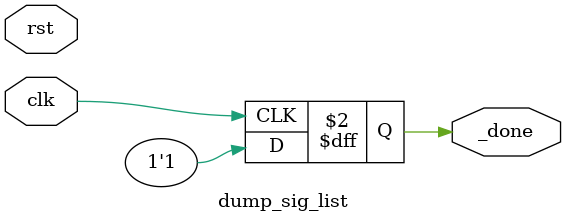
<source format=sv>
module dump_sig_list(
	input clk,
	input rst,
	output logic _done
);

	counter cc(
		.n_rst(),
		.clk(),
		.counter_w()
	);
	always@(posedge clk)begin
		_done <= 1;
	end

endmodule

</source>
